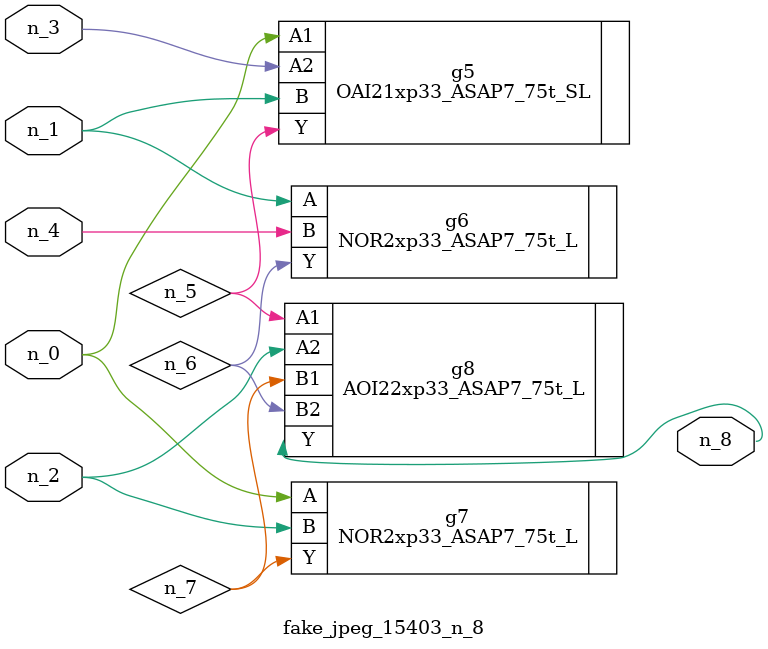
<source format=v>
module fake_jpeg_15403_n_8 (n_3, n_2, n_1, n_0, n_4, n_8);

input n_3;
input n_2;
input n_1;
input n_0;
input n_4;

output n_8;

wire n_6;
wire n_5;
wire n_7;

OAI21xp33_ASAP7_75t_SL g5 ( 
.A1(n_0),
.A2(n_3),
.B(n_1),
.Y(n_5)
);

NOR2xp33_ASAP7_75t_L g6 ( 
.A(n_1),
.B(n_4),
.Y(n_6)
);

NOR2xp33_ASAP7_75t_L g7 ( 
.A(n_0),
.B(n_2),
.Y(n_7)
);

AOI22xp33_ASAP7_75t_L g8 ( 
.A1(n_5),
.A2(n_2),
.B1(n_7),
.B2(n_6),
.Y(n_8)
);


endmodule
</source>
